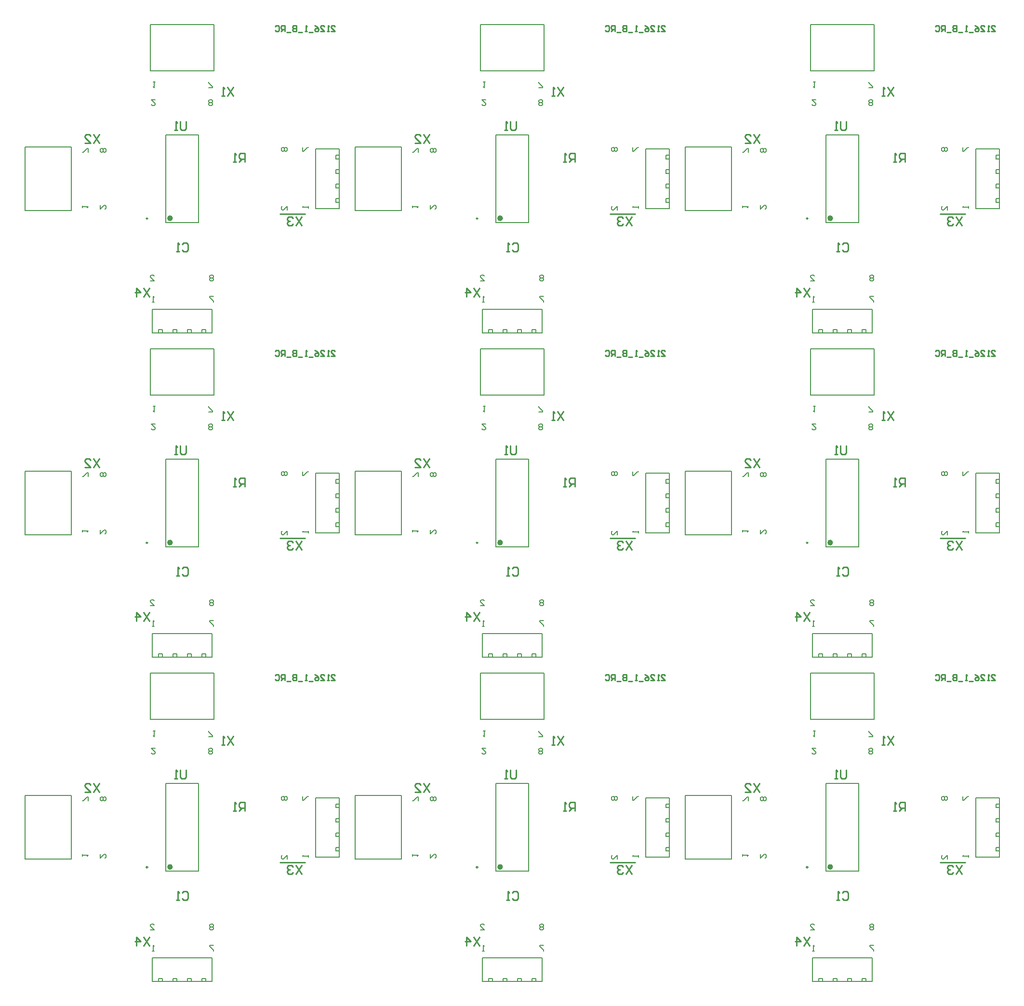
<source format=gbr>
%TF.GenerationSoftware,Altium Limited,Altium Designer,21.6.1 (37)*%
G04 Layer_Color=32896*
%FSLAX43Y43*%
%MOMM*%
%TF.SameCoordinates,8D5B277E-474B-43DD-86F4-B2073A371E15*%
%TF.FilePolarity,Positive*%
%TF.FileFunction,Legend,Bot*%
%TF.Part,CustomerPanel*%
G01*
G75*
%TA.AperFunction,NonConductor*%
%ADD22C,0.200*%
%ADD23C,0.250*%
%ADD24C,0.500*%
%ADD25C,0.254*%
%ADD26C,0.152*%
D22*
X138420Y168610D02*
X149580D01*
X138420Y160450D02*
X149580D01*
Y168610D01*
X138420Y160450D02*
Y168610D01*
X116390Y135920D02*
X124550D01*
X116390Y147080D02*
X124550D01*
Y135920D02*
Y147080D01*
X116390Y135920D02*
Y147080D01*
X171024Y138010D02*
X171575D01*
X171024Y137370D02*
X171575D01*
X171024D02*
Y138010D01*
Y140550D02*
X171575D01*
X171024Y139910D02*
X171575D01*
X171024D02*
Y140550D01*
Y143090D02*
X171575D01*
X171024Y142450D02*
X171575D01*
X171024D02*
Y143090D01*
Y145630D02*
X171575D01*
X171024Y144990D02*
X171575D01*
X171024D02*
Y145630D01*
X167425Y146730D02*
X171575D01*
Y136270D02*
Y146730D01*
X167425Y136270D02*
X171575D01*
X167425D02*
Y146730D01*
X138770Y118575D02*
X149230D01*
X138770Y114425D02*
Y118575D01*
Y114425D02*
X149230D01*
Y118575D01*
X147490Y114976D02*
X148130D01*
X147490Y114425D02*
Y114976D01*
X148130Y114425D02*
Y114976D01*
X144950D02*
X145590D01*
X144950Y114425D02*
Y114976D01*
X145590Y114425D02*
Y114976D01*
X142410D02*
X143050D01*
X142410Y114425D02*
Y114976D01*
X143050Y114425D02*
Y114976D01*
X139870D02*
X140510D01*
X139870Y114425D02*
Y114976D01*
X140510Y114425D02*
Y114976D01*
X141121Y133800D02*
X146879D01*
Y149200D01*
X141121D02*
X146879D01*
X141121Y133800D02*
Y149200D01*
X138420Y111610D02*
X149580D01*
X138420Y103450D02*
X149580D01*
Y111610D01*
X138420Y103450D02*
Y111610D01*
X116390Y78920D02*
X124550D01*
X116390Y90080D02*
X124550D01*
Y78920D02*
Y90080D01*
X116390Y78920D02*
Y90080D01*
X171024Y81010D02*
X171575D01*
X171024Y80370D02*
X171575D01*
X171024D02*
Y81010D01*
Y83550D02*
X171575D01*
X171024Y82910D02*
X171575D01*
X171024D02*
Y83550D01*
Y86090D02*
X171575D01*
X171024Y85450D02*
X171575D01*
X171024D02*
Y86090D01*
Y88630D02*
X171575D01*
X171024Y87990D02*
X171575D01*
X171024D02*
Y88630D01*
X167425Y89730D02*
X171575D01*
Y79270D02*
Y89730D01*
X167425Y79270D02*
X171575D01*
X167425D02*
Y89730D01*
X138770Y61575D02*
X149230D01*
X138770Y57425D02*
Y61575D01*
Y57425D02*
X149230D01*
Y61575D01*
X147490Y57976D02*
X148130D01*
X147490Y57425D02*
Y57976D01*
X148130Y57425D02*
Y57976D01*
X144950D02*
X145590D01*
X144950Y57425D02*
Y57976D01*
X145590Y57425D02*
Y57976D01*
X142410D02*
X143050D01*
X142410Y57425D02*
Y57976D01*
X143050Y57425D02*
Y57976D01*
X139870D02*
X140510D01*
X139870Y57425D02*
Y57976D01*
X140510Y57425D02*
Y57976D01*
X141121Y76800D02*
X146879D01*
Y92200D01*
X141121D02*
X146879D01*
X141121Y76800D02*
Y92200D01*
X138420Y54610D02*
X149580D01*
X138420Y46450D02*
X149580D01*
Y54610D01*
X138420Y46450D02*
Y54610D01*
X116390Y21920D02*
X124550D01*
X116390Y33080D02*
X124550D01*
Y21920D02*
Y33080D01*
X116390Y21920D02*
Y33080D01*
X171024Y24010D02*
X171575D01*
X171024Y23370D02*
X171575D01*
X171024D02*
Y24010D01*
Y26550D02*
X171575D01*
X171024Y25910D02*
X171575D01*
X171024D02*
Y26550D01*
Y29090D02*
X171575D01*
X171024Y28450D02*
X171575D01*
X171024D02*
Y29090D01*
Y31630D02*
X171575D01*
X171024Y30990D02*
X171575D01*
X171024D02*
Y31630D01*
X167425Y32730D02*
X171575D01*
Y22270D02*
Y32730D01*
X167425Y22270D02*
X171575D01*
X167425D02*
Y32730D01*
X138770Y4575D02*
X149230D01*
X138770Y425D02*
Y4575D01*
Y425D02*
X149230D01*
Y4575D01*
X147490Y976D02*
X148130D01*
X147490Y425D02*
Y976D01*
X148130Y425D02*
Y976D01*
X144950D02*
X145590D01*
X144950Y425D02*
Y976D01*
X145590Y425D02*
Y976D01*
X142410D02*
X143050D01*
X142410Y425D02*
Y976D01*
X143050Y425D02*
Y976D01*
X139870D02*
X140510D01*
X139870Y425D02*
Y976D01*
X140510Y425D02*
Y976D01*
X141121Y19800D02*
X146879D01*
Y35200D01*
X141121D02*
X146879D01*
X141121Y19800D02*
Y35200D01*
X80420Y168610D02*
X91580D01*
X80420Y160450D02*
X91580D01*
Y168610D01*
X80420Y160450D02*
Y168610D01*
X58390Y135920D02*
X66550D01*
X58390Y147080D02*
X66550D01*
Y135920D02*
Y147080D01*
X58390Y135920D02*
Y147080D01*
X113024Y138010D02*
X113575D01*
X113024Y137370D02*
X113575D01*
X113024D02*
Y138010D01*
Y140550D02*
X113575D01*
X113024Y139910D02*
X113575D01*
X113024D02*
Y140550D01*
Y143090D02*
X113575D01*
X113024Y142450D02*
X113575D01*
X113024D02*
Y143090D01*
Y145630D02*
X113575D01*
X113024Y144990D02*
X113575D01*
X113024D02*
Y145630D01*
X109425Y146730D02*
X113575D01*
Y136270D02*
Y146730D01*
X109425Y136270D02*
X113575D01*
X109425D02*
Y146730D01*
X80770Y118575D02*
X91230D01*
X80770Y114425D02*
Y118575D01*
Y114425D02*
X91230D01*
Y118575D01*
X89490Y114976D02*
X90130D01*
X89490Y114425D02*
Y114976D01*
X90130Y114425D02*
Y114976D01*
X86950D02*
X87590D01*
X86950Y114425D02*
Y114976D01*
X87590Y114425D02*
Y114976D01*
X84410D02*
X85050D01*
X84410Y114425D02*
Y114976D01*
X85050Y114425D02*
Y114976D01*
X81870D02*
X82510D01*
X81870Y114425D02*
Y114976D01*
X82510Y114425D02*
Y114976D01*
X83121Y133800D02*
X88879D01*
Y149200D01*
X83121D02*
X88879D01*
X83121Y133800D02*
Y149200D01*
X80420Y111610D02*
X91580D01*
X80420Y103450D02*
X91580D01*
Y111610D01*
X80420Y103450D02*
Y111610D01*
X58390Y78920D02*
X66550D01*
X58390Y90080D02*
X66550D01*
Y78920D02*
Y90080D01*
X58390Y78920D02*
Y90080D01*
X113024Y81010D02*
X113575D01*
X113024Y80370D02*
X113575D01*
X113024D02*
Y81010D01*
Y83550D02*
X113575D01*
X113024Y82910D02*
X113575D01*
X113024D02*
Y83550D01*
Y86090D02*
X113575D01*
X113024Y85450D02*
X113575D01*
X113024D02*
Y86090D01*
Y88630D02*
X113575D01*
X113024Y87990D02*
X113575D01*
X113024D02*
Y88630D01*
X109425Y89730D02*
X113575D01*
Y79270D02*
Y89730D01*
X109425Y79270D02*
X113575D01*
X109425D02*
Y89730D01*
X80770Y61575D02*
X91230D01*
X80770Y57425D02*
Y61575D01*
Y57425D02*
X91230D01*
Y61575D01*
X89490Y57976D02*
X90130D01*
X89490Y57425D02*
Y57976D01*
X90130Y57425D02*
Y57976D01*
X86950D02*
X87590D01*
X86950Y57425D02*
Y57976D01*
X87590Y57425D02*
Y57976D01*
X84410D02*
X85050D01*
X84410Y57425D02*
Y57976D01*
X85050Y57425D02*
Y57976D01*
X81870D02*
X82510D01*
X81870Y57425D02*
Y57976D01*
X82510Y57425D02*
Y57976D01*
X83121Y76800D02*
X88879D01*
Y92200D01*
X83121D02*
X88879D01*
X83121Y76800D02*
Y92200D01*
X80420Y54610D02*
X91580D01*
X80420Y46450D02*
X91580D01*
Y54610D01*
X80420Y46450D02*
Y54610D01*
X58390Y21920D02*
X66550D01*
X58390Y33080D02*
X66550D01*
Y21920D02*
Y33080D01*
X58390Y21920D02*
Y33080D01*
X113024Y24010D02*
X113575D01*
X113024Y23370D02*
X113575D01*
X113024D02*
Y24010D01*
Y26550D02*
X113575D01*
X113024Y25910D02*
X113575D01*
X113024D02*
Y26550D01*
Y29090D02*
X113575D01*
X113024Y28450D02*
X113575D01*
X113024D02*
Y29090D01*
Y31630D02*
X113575D01*
X113024Y30990D02*
X113575D01*
X113024D02*
Y31630D01*
X109425Y32730D02*
X113575D01*
Y22270D02*
Y32730D01*
X109425Y22270D02*
X113575D01*
X109425D02*
Y32730D01*
X80770Y4575D02*
X91230D01*
X80770Y425D02*
Y4575D01*
Y425D02*
X91230D01*
Y4575D01*
X89490Y976D02*
X90130D01*
X89490Y425D02*
Y976D01*
X90130Y425D02*
Y976D01*
X86950D02*
X87590D01*
X86950Y425D02*
Y976D01*
X87590Y425D02*
Y976D01*
X84410D02*
X85050D01*
X84410Y425D02*
Y976D01*
X85050Y425D02*
Y976D01*
X81870D02*
X82510D01*
X81870Y425D02*
Y976D01*
X82510Y425D02*
Y976D01*
X83121Y19800D02*
X88879D01*
Y35200D01*
X83121D02*
X88879D01*
X83121Y19800D02*
Y35200D01*
X22420Y168610D02*
X33580D01*
X22420Y160450D02*
X33580D01*
Y168610D01*
X22420Y160450D02*
Y168610D01*
X390Y135920D02*
X8550D01*
X390Y147080D02*
X8550D01*
Y135920D02*
Y147080D01*
X390Y135920D02*
Y147080D01*
X55024Y138010D02*
X55575D01*
X55024Y137370D02*
X55575D01*
X55024D02*
Y138010D01*
Y140550D02*
X55575D01*
X55024Y139910D02*
X55575D01*
X55024D02*
Y140550D01*
Y143090D02*
X55575D01*
X55024Y142450D02*
X55575D01*
X55024D02*
Y143090D01*
Y145630D02*
X55575D01*
X55024Y144990D02*
X55575D01*
X55024D02*
Y145630D01*
X51425Y146730D02*
X55575D01*
Y136270D02*
Y146730D01*
X51425Y136270D02*
X55575D01*
X51425D02*
Y146730D01*
X22770Y118575D02*
X33230D01*
X22770Y114425D02*
Y118575D01*
Y114425D02*
X33230D01*
Y118575D01*
X31490Y114976D02*
X32130D01*
X31490Y114425D02*
Y114976D01*
X32130Y114425D02*
Y114976D01*
X28950D02*
X29590D01*
X28950Y114425D02*
Y114976D01*
X29590Y114425D02*
Y114976D01*
X26410D02*
X27050D01*
X26410Y114425D02*
Y114976D01*
X27050Y114425D02*
Y114976D01*
X23870D02*
X24510D01*
X23870Y114425D02*
Y114976D01*
X24510Y114425D02*
Y114976D01*
X25121Y133800D02*
X30879D01*
Y149200D01*
X25121D02*
X30879D01*
X25121Y133800D02*
Y149200D01*
X22420Y111610D02*
X33580D01*
X22420Y103450D02*
X33580D01*
Y111610D01*
X22420Y103450D02*
Y111610D01*
X390Y78920D02*
X8550D01*
X390Y90080D02*
X8550D01*
Y78920D02*
Y90080D01*
X390Y78920D02*
Y90080D01*
X55024Y81010D02*
X55575D01*
X55024Y80370D02*
X55575D01*
X55024D02*
Y81010D01*
Y83550D02*
X55575D01*
X55024Y82910D02*
X55575D01*
X55024D02*
Y83550D01*
Y86090D02*
X55575D01*
X55024Y85450D02*
X55575D01*
X55024D02*
Y86090D01*
Y88630D02*
X55575D01*
X55024Y87990D02*
X55575D01*
X55024D02*
Y88630D01*
X51425Y89730D02*
X55575D01*
Y79270D02*
Y89730D01*
X51425Y79270D02*
X55575D01*
X51425D02*
Y89730D01*
X22770Y61575D02*
X33230D01*
X22770Y57425D02*
Y61575D01*
Y57425D02*
X33230D01*
Y61575D01*
X31490Y57976D02*
X32130D01*
X31490Y57425D02*
Y57976D01*
X32130Y57425D02*
Y57976D01*
X28950D02*
X29590D01*
X28950Y57425D02*
Y57976D01*
X29590Y57425D02*
Y57976D01*
X26410D02*
X27050D01*
X26410Y57425D02*
Y57976D01*
X27050Y57425D02*
Y57976D01*
X23870D02*
X24510D01*
X23870Y57425D02*
Y57976D01*
X24510Y57425D02*
Y57976D01*
X25121Y76800D02*
X30879D01*
Y92200D01*
X25121D02*
X30879D01*
X25121Y76800D02*
Y92200D01*
X22420Y54610D02*
X33580D01*
X22420Y46450D02*
X33580D01*
Y54610D01*
X22420Y46450D02*
Y54610D01*
X390Y21920D02*
X8550D01*
X390Y33080D02*
X8550D01*
Y21920D02*
Y33080D01*
X390Y21920D02*
Y33080D01*
X55024Y24010D02*
X55575D01*
X55024Y23370D02*
X55575D01*
X55024D02*
Y24010D01*
Y26550D02*
X55575D01*
X55024Y25910D02*
X55575D01*
X55024D02*
Y26550D01*
Y29090D02*
X55575D01*
X55024Y28450D02*
X55575D01*
X55024D02*
Y29090D01*
Y31630D02*
X55575D01*
X55024Y30990D02*
X55575D01*
X55024D02*
Y31630D01*
X51425Y32730D02*
X55575D01*
Y22270D02*
Y32730D01*
X51425Y22270D02*
X55575D01*
X51425D02*
Y32730D01*
X22770Y4575D02*
X33230D01*
X22770Y425D02*
Y4575D01*
Y425D02*
X33230D01*
Y4575D01*
X31490Y976D02*
X32130D01*
X31490Y425D02*
Y976D01*
X32130Y425D02*
Y976D01*
X28950D02*
X29590D01*
X28950Y425D02*
Y976D01*
X29590Y425D02*
Y976D01*
X26410D02*
X27050D01*
X26410Y425D02*
Y976D01*
X27050Y425D02*
Y976D01*
X23870D02*
X24510D01*
X23870Y425D02*
Y976D01*
X24510Y425D02*
Y976D01*
X25121Y19800D02*
X30879D01*
Y35200D01*
X25121D02*
X30879D01*
X25121Y19800D02*
Y35200D01*
D23*
X137948Y134515D02*
G03*
X137948Y134515I-125J0D01*
G01*
X137948Y77515D02*
G03*
X137948Y77515I-125J0D01*
G01*
X137948Y20515D02*
G03*
X137948Y20515I-125J0D01*
G01*
X79948Y134515D02*
G03*
X79948Y134515I-125J0D01*
G01*
Y77515D02*
G03*
X79948Y77515I-125J0D01*
G01*
Y20515D02*
G03*
X79948Y20515I-125J0D01*
G01*
X21948Y134515D02*
G03*
X21948Y134515I-125J0D01*
G01*
Y77515D02*
G03*
X21948Y77515I-125J0D01*
G01*
Y20515D02*
G03*
X21948Y20515I-125J0D01*
G01*
D24*
X142121Y134550D02*
G03*
X142121Y134550I-250J0D01*
G01*
X142121Y77550D02*
G03*
X142121Y77550I-250J0D01*
G01*
X142121Y20550D02*
G03*
X142121Y20550I-250J0D01*
G01*
X84121Y134550D02*
G03*
X84121Y134550I-250J0D01*
G01*
Y77550D02*
G03*
X84121Y77550I-250J0D01*
G01*
Y20550D02*
G03*
X84121Y20550I-250J0D01*
G01*
X26121Y134550D02*
G03*
X26121Y134550I-250J0D01*
G01*
Y77550D02*
G03*
X26121Y77550I-250J0D01*
G01*
Y20550D02*
G03*
X26121Y20550I-250J0D01*
G01*
D25*
X161204Y135336D02*
X165621D01*
X170179Y167365D02*
X170856D01*
X170179Y168042D01*
Y168212D01*
X170348Y168381D01*
X170687D01*
X170856Y168212D01*
X169840Y167365D02*
X169502D01*
X169671D01*
Y168381D01*
X169840Y168212D01*
X168317Y167365D02*
X168994D01*
X168317Y168042D01*
Y168212D01*
X168486Y168381D01*
X168825D01*
X168994Y168212D01*
X167301Y168381D02*
X167640Y168212D01*
X167978Y167873D01*
Y167535D01*
X167809Y167365D01*
X167470D01*
X167301Y167535D01*
Y167704D01*
X167470Y167873D01*
X167978D01*
X166963Y167196D02*
X166285D01*
X165947Y167365D02*
X165608D01*
X165778D01*
Y168381D01*
X165947Y168212D01*
X165101Y167196D02*
X164423D01*
X164085Y168381D02*
Y167365D01*
X163577D01*
X163408Y167535D01*
Y167704D01*
X163577Y167873D01*
X164085D01*
X163577D01*
X163408Y168042D01*
Y168212D01*
X163577Y168381D01*
X164085D01*
X163069Y167196D02*
X162392D01*
X162054Y167365D02*
Y168381D01*
X161546D01*
X161376Y168212D01*
Y167873D01*
X161546Y167704D01*
X162054D01*
X161715D02*
X161376Y167365D01*
X160361Y168212D02*
X160530Y168381D01*
X160869D01*
X161038Y168212D01*
Y167535D01*
X160869Y167365D01*
X160530D01*
X160361Y167535D01*
X138270Y122262D02*
X137254Y120738D01*
Y122262D02*
X138270Y120738D01*
X135984D02*
Y122262D01*
X136746Y121500D01*
X135730D01*
X165006Y134828D02*
X163990Y133304D01*
Y134828D02*
X165006Y133304D01*
X163482Y134574D02*
X163228Y134828D01*
X162720D01*
X162466Y134574D01*
Y134320D01*
X162720Y134066D01*
X162974D01*
X162720D01*
X162466Y133812D01*
Y133558D01*
X162720Y133304D01*
X163228D01*
X163482Y133558D01*
X129470Y149262D02*
X128454Y147738D01*
Y149262D02*
X129470Y147738D01*
X126930D02*
X127946D01*
X126930Y148754D01*
Y149008D01*
X127184Y149262D01*
X127692D01*
X127946Y149008D01*
X153016Y157562D02*
X152000Y156038D01*
Y157562D02*
X153016Y156038D01*
X151492D02*
X150984D01*
X151238D01*
Y157562D01*
X151492Y157308D01*
X144702Y151600D02*
Y150330D01*
X144448Y150076D01*
X143940D01*
X143686Y150330D01*
Y151600D01*
X143178Y150076D02*
X142670D01*
X142924D01*
Y151600D01*
X143178Y151346D01*
X155001Y144424D02*
Y145947D01*
X154239D01*
X153986Y145694D01*
Y145186D01*
X154239Y144932D01*
X155001D01*
X154493D02*
X153986Y144424D01*
X153478D02*
X152970D01*
X153224D01*
Y145947D01*
X153478Y145694D01*
X144000Y130010D02*
X144254Y130264D01*
X144762D01*
X145016Y130010D01*
Y128994D01*
X144762Y128740D01*
X144254D01*
X144000Y128994D01*
X143492Y128740D02*
X142984D01*
X143238D01*
Y130264D01*
X143492Y130010D01*
X161204Y78336D02*
X165621D01*
X170179Y110365D02*
X170856D01*
X170179Y111042D01*
Y111212D01*
X170348Y111381D01*
X170687D01*
X170856Y111212D01*
X169840Y110365D02*
X169502D01*
X169671D01*
Y111381D01*
X169840Y111212D01*
X168317Y110365D02*
X168994D01*
X168317Y111042D01*
Y111212D01*
X168486Y111381D01*
X168825D01*
X168994Y111212D01*
X167301Y111381D02*
X167640Y111212D01*
X167978Y110873D01*
Y110535D01*
X167809Y110365D01*
X167470D01*
X167301Y110535D01*
Y110704D01*
X167470Y110873D01*
X167978D01*
X166963Y110196D02*
X166285D01*
X165947Y110365D02*
X165608D01*
X165778D01*
Y111381D01*
X165947Y111212D01*
X165101Y110196D02*
X164423D01*
X164085Y111381D02*
Y110365D01*
X163577D01*
X163408Y110535D01*
Y110704D01*
X163577Y110873D01*
X164085D01*
X163577D01*
X163408Y111042D01*
Y111212D01*
X163577Y111381D01*
X164085D01*
X163069Y110196D02*
X162392D01*
X162053Y110365D02*
Y111381D01*
X161546D01*
X161376Y111212D01*
Y110873D01*
X161546Y110704D01*
X162053D01*
X161715D02*
X161376Y110365D01*
X160361Y111212D02*
X160530Y111381D01*
X160869D01*
X161038Y111212D01*
Y110535D01*
X160869Y110365D01*
X160530D01*
X160361Y110535D01*
X138270Y65262D02*
X137254Y63738D01*
Y65262D02*
X138270Y63738D01*
X135984D02*
Y65262D01*
X136746Y64500D01*
X135730D01*
X165006Y77828D02*
X163990Y76304D01*
Y77828D02*
X165006Y76304D01*
X163482Y77574D02*
X163228Y77828D01*
X162720D01*
X162466Y77574D01*
Y77320D01*
X162720Y77066D01*
X162974D01*
X162720D01*
X162466Y76812D01*
Y76558D01*
X162720Y76304D01*
X163228D01*
X163482Y76558D01*
X129470Y92262D02*
X128454Y90738D01*
Y92262D02*
X129470Y90738D01*
X126930D02*
X127946D01*
X126930Y91754D01*
Y92008D01*
X127184Y92262D01*
X127692D01*
X127946Y92008D01*
X153016Y100562D02*
X152000Y99038D01*
Y100562D02*
X153016Y99038D01*
X151492D02*
X150984D01*
X151238D01*
Y100562D01*
X151492Y100308D01*
X144702Y94600D02*
Y93330D01*
X144448Y93076D01*
X143940D01*
X143686Y93330D01*
Y94600D01*
X143178Y93076D02*
X142670D01*
X142924D01*
Y94600D01*
X143178Y94346D01*
X155001Y87424D02*
Y88948D01*
X154239D01*
X153986Y88694D01*
Y88186D01*
X154239Y87932D01*
X155001D01*
X154493D02*
X153986Y87424D01*
X153478D02*
X152970D01*
X153224D01*
Y88948D01*
X153478Y88694D01*
X144000Y73010D02*
X144254Y73264D01*
X144762D01*
X145016Y73010D01*
Y71994D01*
X144762Y71740D01*
X144254D01*
X144000Y71994D01*
X143492Y71740D02*
X142984D01*
X143238D01*
Y73264D01*
X143492Y73010D01*
X161204Y21336D02*
X165621D01*
X170179Y53365D02*
X170856D01*
X170179Y54042D01*
Y54212D01*
X170348Y54381D01*
X170687D01*
X170856Y54212D01*
X169840Y53365D02*
X169502D01*
X169671D01*
Y54381D01*
X169840Y54212D01*
X168317Y53365D02*
X168994D01*
X168317Y54042D01*
Y54212D01*
X168486Y54381D01*
X168825D01*
X168994Y54212D01*
X167301Y54381D02*
X167640Y54212D01*
X167978Y53873D01*
Y53535D01*
X167809Y53365D01*
X167470D01*
X167301Y53535D01*
Y53704D01*
X167470Y53873D01*
X167978D01*
X166963Y53196D02*
X166285D01*
X165947Y53365D02*
X165608D01*
X165778D01*
Y54381D01*
X165947Y54212D01*
X165101Y53196D02*
X164423D01*
X164085Y54381D02*
Y53365D01*
X163577D01*
X163408Y53535D01*
Y53704D01*
X163577Y53873D01*
X164085D01*
X163577D01*
X163408Y54042D01*
Y54212D01*
X163577Y54381D01*
X164085D01*
X163069Y53196D02*
X162392D01*
X162053Y53365D02*
Y54381D01*
X161546D01*
X161376Y54212D01*
Y53873D01*
X161546Y53704D01*
X162053D01*
X161715D02*
X161376Y53365D01*
X160361Y54212D02*
X160530Y54381D01*
X160869D01*
X161038Y54212D01*
Y53535D01*
X160869Y53365D01*
X160530D01*
X160361Y53535D01*
X138270Y8262D02*
X137254Y6738D01*
Y8262D02*
X138270Y6738D01*
X135984D02*
Y8262D01*
X136746Y7500D01*
X135730D01*
X165006Y20828D02*
X163990Y19304D01*
Y20828D02*
X165006Y19304D01*
X163482Y20574D02*
X163228Y20828D01*
X162720D01*
X162466Y20574D01*
Y20320D01*
X162720Y20066D01*
X162974D01*
X162720D01*
X162466Y19812D01*
Y19558D01*
X162720Y19304D01*
X163228D01*
X163482Y19558D01*
X129470Y35262D02*
X128454Y33738D01*
Y35262D02*
X129470Y33738D01*
X126930D02*
X127946D01*
X126930Y34754D01*
Y35008D01*
X127184Y35262D01*
X127692D01*
X127946Y35008D01*
X153016Y43562D02*
X152000Y42038D01*
Y43562D02*
X153016Y42038D01*
X151492D02*
X150984D01*
X151238D01*
Y43562D01*
X151492Y43308D01*
X144702Y37600D02*
Y36330D01*
X144448Y36076D01*
X143940D01*
X143686Y36330D01*
Y37600D01*
X143178Y36076D02*
X142670D01*
X142924D01*
Y37600D01*
X143178Y37346D01*
X155001Y30424D02*
Y31948D01*
X154239D01*
X153986Y31694D01*
Y31186D01*
X154239Y30932D01*
X155001D01*
X154493D02*
X153986Y30424D01*
X153478D02*
X152970D01*
X153224D01*
Y31948D01*
X153478Y31694D01*
X144000Y16010D02*
X144254Y16264D01*
X144762D01*
X145016Y16010D01*
Y14994D01*
X144762Y14740D01*
X144254D01*
X144000Y14994D01*
X143492Y14740D02*
X142984D01*
X143238D01*
Y16264D01*
X143492Y16010D01*
X103204Y135336D02*
X107621D01*
X112179Y167365D02*
X112856D01*
X112179Y168042D01*
Y168212D01*
X112348Y168381D01*
X112687D01*
X112856Y168212D01*
X111840Y167365D02*
X111502D01*
X111671D01*
Y168381D01*
X111840Y168212D01*
X110317Y167365D02*
X110994D01*
X110317Y168042D01*
Y168212D01*
X110486Y168381D01*
X110825D01*
X110994Y168212D01*
X109301Y168381D02*
X109640Y168212D01*
X109978Y167873D01*
Y167535D01*
X109809Y167365D01*
X109470D01*
X109301Y167535D01*
Y167704D01*
X109470Y167873D01*
X109978D01*
X108963Y167196D02*
X108285D01*
X107947Y167365D02*
X107608D01*
X107778D01*
Y168381D01*
X107947Y168212D01*
X107101Y167196D02*
X106423D01*
X106085Y168381D02*
Y167365D01*
X105577D01*
X105408Y167535D01*
Y167704D01*
X105577Y167873D01*
X106085D01*
X105577D01*
X105408Y168042D01*
Y168212D01*
X105577Y168381D01*
X106085D01*
X105069Y167196D02*
X104392D01*
X104053Y167365D02*
Y168381D01*
X103546D01*
X103376Y168212D01*
Y167873D01*
X103546Y167704D01*
X104053D01*
X103715D02*
X103376Y167365D01*
X102361Y168212D02*
X102530Y168381D01*
X102869D01*
X103038Y168212D01*
Y167535D01*
X102869Y167365D01*
X102530D01*
X102361Y167535D01*
X80270Y122262D02*
X79254Y120738D01*
Y122262D02*
X80270Y120738D01*
X77984D02*
Y122262D01*
X78746Y121500D01*
X77730D01*
X107006Y134828D02*
X105990Y133304D01*
Y134828D02*
X107006Y133304D01*
X105482Y134574D02*
X105228Y134828D01*
X104720D01*
X104466Y134574D01*
Y134320D01*
X104720Y134066D01*
X104974D01*
X104720D01*
X104466Y133812D01*
Y133558D01*
X104720Y133304D01*
X105228D01*
X105482Y133558D01*
X71470Y149262D02*
X70454Y147738D01*
Y149262D02*
X71470Y147738D01*
X68930D02*
X69946D01*
X68930Y148754D01*
Y149008D01*
X69184Y149262D01*
X69692D01*
X69946Y149008D01*
X95016Y157562D02*
X94000Y156038D01*
Y157562D02*
X95016Y156038D01*
X93492D02*
X92984D01*
X93238D01*
Y157562D01*
X93492Y157308D01*
X86702Y151600D02*
Y150330D01*
X86448Y150076D01*
X85940D01*
X85686Y150330D01*
Y151600D01*
X85178Y150076D02*
X84670D01*
X84924D01*
Y151600D01*
X85178Y151346D01*
X97001Y144424D02*
Y145947D01*
X96239D01*
X95986Y145694D01*
Y145186D01*
X96239Y144932D01*
X97001D01*
X96493D02*
X95986Y144424D01*
X95478D02*
X94970D01*
X95224D01*
Y145947D01*
X95478Y145694D01*
X86000Y130010D02*
X86254Y130264D01*
X86762D01*
X87016Y130010D01*
Y128994D01*
X86762Y128740D01*
X86254D01*
X86000Y128994D01*
X85492Y128740D02*
X84984D01*
X85238D01*
Y130264D01*
X85492Y130010D01*
X103204Y78336D02*
X107621D01*
X112179Y110365D02*
X112856D01*
X112179Y111042D01*
Y111212D01*
X112348Y111381D01*
X112687D01*
X112856Y111212D01*
X111840Y110365D02*
X111502D01*
X111671D01*
Y111381D01*
X111840Y111212D01*
X110317Y110365D02*
X110994D01*
X110317Y111042D01*
Y111212D01*
X110486Y111381D01*
X110825D01*
X110994Y111212D01*
X109301Y111381D02*
X109640Y111212D01*
X109978Y110873D01*
Y110535D01*
X109809Y110365D01*
X109470D01*
X109301Y110535D01*
Y110704D01*
X109470Y110873D01*
X109978D01*
X108963Y110196D02*
X108285D01*
X107947Y110365D02*
X107608D01*
X107778D01*
Y111381D01*
X107947Y111212D01*
X107101Y110196D02*
X106423D01*
X106085Y111381D02*
Y110365D01*
X105577D01*
X105408Y110535D01*
Y110704D01*
X105577Y110873D01*
X106085D01*
X105577D01*
X105408Y111042D01*
Y111212D01*
X105577Y111381D01*
X106085D01*
X105069Y110196D02*
X104392D01*
X104053Y110365D02*
Y111381D01*
X103546D01*
X103376Y111212D01*
Y110873D01*
X103546Y110704D01*
X104053D01*
X103715D02*
X103376Y110365D01*
X102361Y111212D02*
X102530Y111381D01*
X102869D01*
X103038Y111212D01*
Y110535D01*
X102869Y110365D01*
X102530D01*
X102361Y110535D01*
X80270Y65262D02*
X79254Y63738D01*
Y65262D02*
X80270Y63738D01*
X77984D02*
Y65262D01*
X78746Y64500D01*
X77730D01*
X107006Y77828D02*
X105990Y76304D01*
Y77828D02*
X107006Y76304D01*
X105482Y77574D02*
X105228Y77828D01*
X104720D01*
X104466Y77574D01*
Y77320D01*
X104720Y77066D01*
X104974D01*
X104720D01*
X104466Y76812D01*
Y76558D01*
X104720Y76304D01*
X105228D01*
X105482Y76558D01*
X71470Y92262D02*
X70454Y90738D01*
Y92262D02*
X71470Y90738D01*
X68930D02*
X69946D01*
X68930Y91754D01*
Y92008D01*
X69184Y92262D01*
X69692D01*
X69946Y92008D01*
X95016Y100562D02*
X94000Y99038D01*
Y100562D02*
X95016Y99038D01*
X93492D02*
X92984D01*
X93238D01*
Y100562D01*
X93492Y100308D01*
X86702Y94600D02*
Y93330D01*
X86448Y93076D01*
X85940D01*
X85686Y93330D01*
Y94600D01*
X85178Y93076D02*
X84670D01*
X84924D01*
Y94600D01*
X85178Y94346D01*
X97001Y87424D02*
Y88948D01*
X96239D01*
X95986Y88694D01*
Y88186D01*
X96239Y87932D01*
X97001D01*
X96493D02*
X95986Y87424D01*
X95478D02*
X94970D01*
X95224D01*
Y88948D01*
X95478Y88694D01*
X86000Y73010D02*
X86254Y73264D01*
X86762D01*
X87016Y73010D01*
Y71994D01*
X86762Y71740D01*
X86254D01*
X86000Y71994D01*
X85492Y71740D02*
X84984D01*
X85238D01*
Y73264D01*
X85492Y73010D01*
X103204Y21336D02*
X107621D01*
X112179Y53365D02*
X112856D01*
X112179Y54042D01*
Y54212D01*
X112348Y54381D01*
X112687D01*
X112856Y54212D01*
X111840Y53365D02*
X111502D01*
X111671D01*
Y54381D01*
X111840Y54212D01*
X110317Y53365D02*
X110994D01*
X110317Y54042D01*
Y54212D01*
X110486Y54381D01*
X110825D01*
X110994Y54212D01*
X109301Y54381D02*
X109640Y54212D01*
X109978Y53873D01*
Y53535D01*
X109809Y53365D01*
X109470D01*
X109301Y53535D01*
Y53704D01*
X109470Y53873D01*
X109978D01*
X108963Y53196D02*
X108285D01*
X107947Y53365D02*
X107608D01*
X107778D01*
Y54381D01*
X107947Y54212D01*
X107101Y53196D02*
X106423D01*
X106085Y54381D02*
Y53365D01*
X105577D01*
X105408Y53535D01*
Y53704D01*
X105577Y53873D01*
X106085D01*
X105577D01*
X105408Y54042D01*
Y54212D01*
X105577Y54381D01*
X106085D01*
X105069Y53196D02*
X104392D01*
X104053Y53365D02*
Y54381D01*
X103546D01*
X103376Y54212D01*
Y53873D01*
X103546Y53704D01*
X104053D01*
X103715D02*
X103376Y53365D01*
X102361Y54212D02*
X102530Y54381D01*
X102869D01*
X103038Y54212D01*
Y53535D01*
X102869Y53365D01*
X102530D01*
X102361Y53535D01*
X80270Y8262D02*
X79254Y6738D01*
Y8262D02*
X80270Y6738D01*
X77984D02*
Y8262D01*
X78746Y7500D01*
X77730D01*
X107006Y20828D02*
X105990Y19304D01*
Y20828D02*
X107006Y19304D01*
X105482Y20574D02*
X105228Y20828D01*
X104720D01*
X104466Y20574D01*
Y20320D01*
X104720Y20066D01*
X104974D01*
X104720D01*
X104466Y19812D01*
Y19558D01*
X104720Y19304D01*
X105228D01*
X105482Y19558D01*
X71470Y35262D02*
X70454Y33738D01*
Y35262D02*
X71470Y33738D01*
X68930D02*
X69946D01*
X68930Y34754D01*
Y35008D01*
X69184Y35262D01*
X69692D01*
X69946Y35008D01*
X95016Y43562D02*
X94000Y42038D01*
Y43562D02*
X95016Y42038D01*
X93492D02*
X92984D01*
X93238D01*
Y43562D01*
X93492Y43308D01*
X86702Y37600D02*
Y36330D01*
X86448Y36076D01*
X85940D01*
X85686Y36330D01*
Y37600D01*
X85178Y36076D02*
X84670D01*
X84924D01*
Y37600D01*
X85178Y37346D01*
X97001Y30424D02*
Y31948D01*
X96239D01*
X95986Y31694D01*
Y31186D01*
X96239Y30932D01*
X97001D01*
X96493D02*
X95986Y30424D01*
X95478D02*
X94970D01*
X95224D01*
Y31948D01*
X95478Y31694D01*
X86000Y16010D02*
X86254Y16264D01*
X86762D01*
X87016Y16010D01*
Y14994D01*
X86762Y14740D01*
X86254D01*
X86000Y14994D01*
X85492Y14740D02*
X84984D01*
X85238D01*
Y16264D01*
X85492Y16010D01*
X45204Y135336D02*
X49621D01*
X54179Y167365D02*
X54856D01*
X54179Y168042D01*
Y168212D01*
X54348Y168381D01*
X54687D01*
X54856Y168212D01*
X53840Y167365D02*
X53502D01*
X53671D01*
Y168381D01*
X53840Y168212D01*
X52317Y167365D02*
X52994D01*
X52317Y168042D01*
Y168212D01*
X52486Y168381D01*
X52825D01*
X52994Y168212D01*
X51301Y168381D02*
X51640Y168212D01*
X51978Y167873D01*
Y167535D01*
X51809Y167365D01*
X51470D01*
X51301Y167535D01*
Y167704D01*
X51470Y167873D01*
X51978D01*
X50963Y167196D02*
X50285D01*
X49947Y167365D02*
X49608D01*
X49778D01*
Y168381D01*
X49947Y168212D01*
X49101Y167196D02*
X48423D01*
X48085Y168381D02*
Y167365D01*
X47577D01*
X47408Y167535D01*
Y167704D01*
X47577Y167873D01*
X48085D01*
X47577D01*
X47408Y168042D01*
Y168212D01*
X47577Y168381D01*
X48085D01*
X47069Y167196D02*
X46392D01*
X46054Y167365D02*
Y168381D01*
X45546D01*
X45376Y168212D01*
Y167873D01*
X45546Y167704D01*
X46054D01*
X45715D02*
X45376Y167365D01*
X44361Y168212D02*
X44530Y168381D01*
X44869D01*
X45038Y168212D01*
Y167535D01*
X44869Y167365D01*
X44530D01*
X44361Y167535D01*
X22270Y122262D02*
X21254Y120738D01*
Y122262D02*
X22270Y120738D01*
X19984D02*
Y122262D01*
X20746Y121500D01*
X19730D01*
X49006Y134828D02*
X47990Y133304D01*
Y134828D02*
X49006Y133304D01*
X47482Y134574D02*
X47228Y134828D01*
X46720D01*
X46466Y134574D01*
Y134320D01*
X46720Y134066D01*
X46974D01*
X46720D01*
X46466Y133812D01*
Y133558D01*
X46720Y133304D01*
X47228D01*
X47482Y133558D01*
X13470Y149262D02*
X12454Y147738D01*
Y149262D02*
X13470Y147738D01*
X10930D02*
X11946D01*
X10930Y148754D01*
Y149008D01*
X11184Y149262D01*
X11692D01*
X11946Y149008D01*
X37016Y157562D02*
X36000Y156038D01*
Y157562D02*
X37016Y156038D01*
X35492D02*
X34984D01*
X35238D01*
Y157562D01*
X35492Y157308D01*
X28702Y151600D02*
Y150330D01*
X28448Y150076D01*
X27940D01*
X27686Y150330D01*
Y151600D01*
X27178Y150076D02*
X26670D01*
X26924D01*
Y151600D01*
X27178Y151346D01*
X39001Y144424D02*
Y145948D01*
X38239D01*
X37986Y145694D01*
Y145186D01*
X38239Y144932D01*
X39001D01*
X38493D02*
X37986Y144424D01*
X37478D02*
X36970D01*
X37224D01*
Y145948D01*
X37478Y145694D01*
X28000Y130010D02*
X28254Y130264D01*
X28762D01*
X29016Y130010D01*
Y128994D01*
X28762Y128740D01*
X28254D01*
X28000Y128994D01*
X27492Y128740D02*
X26984D01*
X27238D01*
Y130264D01*
X27492Y130010D01*
X45204Y78336D02*
X49621D01*
X54179Y110365D02*
X54856D01*
X54179Y111042D01*
Y111212D01*
X54348Y111381D01*
X54687D01*
X54856Y111212D01*
X53840Y110365D02*
X53502D01*
X53671D01*
Y111381D01*
X53840Y111212D01*
X52317Y110365D02*
X52994D01*
X52317Y111042D01*
Y111212D01*
X52486Y111381D01*
X52825D01*
X52994Y111212D01*
X51301Y111381D02*
X51640Y111212D01*
X51978Y110873D01*
Y110535D01*
X51809Y110365D01*
X51470D01*
X51301Y110535D01*
Y110704D01*
X51470Y110873D01*
X51978D01*
X50963Y110196D02*
X50285D01*
X49947Y110365D02*
X49608D01*
X49778D01*
Y111381D01*
X49947Y111212D01*
X49101Y110196D02*
X48423D01*
X48085Y111381D02*
Y110365D01*
X47577D01*
X47408Y110535D01*
Y110704D01*
X47577Y110873D01*
X48085D01*
X47577D01*
X47408Y111042D01*
Y111212D01*
X47577Y111381D01*
X48085D01*
X47069Y110196D02*
X46392D01*
X46054Y110365D02*
Y111381D01*
X45546D01*
X45376Y111212D01*
Y110873D01*
X45546Y110704D01*
X46054D01*
X45715D02*
X45376Y110365D01*
X44361Y111212D02*
X44530Y111381D01*
X44869D01*
X45038Y111212D01*
Y110535D01*
X44869Y110365D01*
X44530D01*
X44361Y110535D01*
X22270Y65262D02*
X21254Y63738D01*
Y65262D02*
X22270Y63738D01*
X19984D02*
Y65262D01*
X20746Y64500D01*
X19730D01*
X49006Y77828D02*
X47990Y76304D01*
Y77828D02*
X49006Y76304D01*
X47482Y77574D02*
X47228Y77828D01*
X46720D01*
X46466Y77574D01*
Y77320D01*
X46720Y77066D01*
X46974D01*
X46720D01*
X46466Y76812D01*
Y76558D01*
X46720Y76304D01*
X47228D01*
X47482Y76558D01*
X13470Y92262D02*
X12454Y90738D01*
Y92262D02*
X13470Y90738D01*
X10930D02*
X11946D01*
X10930Y91754D01*
Y92008D01*
X11184Y92262D01*
X11692D01*
X11946Y92008D01*
X37016Y100562D02*
X36000Y99038D01*
Y100562D02*
X37016Y99038D01*
X35492D02*
X34984D01*
X35238D01*
Y100562D01*
X35492Y100308D01*
X28702Y94600D02*
Y93330D01*
X28448Y93076D01*
X27940D01*
X27686Y93330D01*
Y94600D01*
X27178Y93076D02*
X26670D01*
X26924D01*
Y94600D01*
X27178Y94346D01*
X39001Y87424D02*
Y88948D01*
X38239D01*
X37986Y88694D01*
Y88186D01*
X38239Y87932D01*
X39001D01*
X38493D02*
X37986Y87424D01*
X37478D02*
X36970D01*
X37224D01*
Y88948D01*
X37478Y88694D01*
X28000Y73010D02*
X28254Y73264D01*
X28762D01*
X29016Y73010D01*
Y71994D01*
X28762Y71740D01*
X28254D01*
X28000Y71994D01*
X27492Y71740D02*
X26984D01*
X27238D01*
Y73264D01*
X27492Y73010D01*
X45204Y21336D02*
X49621D01*
X54179Y53365D02*
X54856D01*
X54179Y54042D01*
Y54212D01*
X54348Y54381D01*
X54687D01*
X54856Y54212D01*
X53840Y53365D02*
X53502D01*
X53671D01*
Y54381D01*
X53840Y54212D01*
X52317Y53365D02*
X52994D01*
X52317Y54042D01*
Y54212D01*
X52486Y54381D01*
X52825D01*
X52994Y54212D01*
X51301Y54381D02*
X51640Y54212D01*
X51978Y53873D01*
Y53535D01*
X51809Y53365D01*
X51470D01*
X51301Y53535D01*
Y53704D01*
X51470Y53873D01*
X51978D01*
X50963Y53196D02*
X50285D01*
X49947Y53365D02*
X49608D01*
X49778D01*
Y54381D01*
X49947Y54212D01*
X49101Y53196D02*
X48423D01*
X48085Y54381D02*
Y53365D01*
X47577D01*
X47408Y53535D01*
Y53704D01*
X47577Y53873D01*
X48085D01*
X47577D01*
X47408Y54042D01*
Y54212D01*
X47577Y54381D01*
X48085D01*
X47069Y53196D02*
X46392D01*
X46054Y53365D02*
Y54381D01*
X45546D01*
X45376Y54212D01*
Y53873D01*
X45546Y53704D01*
X46054D01*
X45715D02*
X45376Y53365D01*
X44361Y54212D02*
X44530Y54381D01*
X44869D01*
X45038Y54212D01*
Y53535D01*
X44869Y53365D01*
X44530D01*
X44361Y53535D01*
X22270Y8262D02*
X21254Y6738D01*
Y8262D02*
X22270Y6738D01*
X19984D02*
Y8262D01*
X20746Y7500D01*
X19730D01*
X49006Y20828D02*
X47990Y19304D01*
Y20828D02*
X49006Y19304D01*
X47482Y20574D02*
X47228Y20828D01*
X46720D01*
X46466Y20574D01*
Y20320D01*
X46720Y20066D01*
X46974D01*
X46720D01*
X46466Y19812D01*
Y19558D01*
X46720Y19304D01*
X47228D01*
X47482Y19558D01*
X13470Y35262D02*
X12454Y33738D01*
Y35262D02*
X13470Y33738D01*
X10930D02*
X11946D01*
X10930Y34754D01*
Y35008D01*
X11184Y35262D01*
X11692D01*
X11946Y35008D01*
X37016Y43562D02*
X36000Y42038D01*
Y43562D02*
X37016Y42038D01*
X35492D02*
X34984D01*
X35238D01*
Y43562D01*
X35492Y43308D01*
X28702Y37600D02*
Y36330D01*
X28448Y36076D01*
X27940D01*
X27686Y36330D01*
Y37600D01*
X27178Y36076D02*
X26670D01*
X26924D01*
Y37600D01*
X27178Y37346D01*
X39001Y30424D02*
Y31948D01*
X38239D01*
X37986Y31694D01*
Y31186D01*
X38239Y30932D01*
X39001D01*
X38493D02*
X37986Y30424D01*
X37478D02*
X36970D01*
X37224D01*
Y31948D01*
X37478Y31694D01*
X28000Y16010D02*
X28254Y16264D01*
X28762D01*
X29016Y16010D01*
Y14994D01*
X28762Y14740D01*
X28254D01*
X28000Y14994D01*
X27492Y14740D02*
X26984D01*
X27238D01*
Y16264D01*
X27492Y16010D01*
D26*
X138930Y158500D02*
X139269D01*
X139099D01*
Y157484D01*
X138930Y157654D01*
X139307Y155400D02*
X138630D01*
X139307Y154723D01*
Y154554D01*
X139138Y154384D01*
X138799D01*
X138630Y154554D01*
X148670Y157484D02*
X149347D01*
Y157654D01*
X148670Y158331D01*
Y158500D01*
Y154554D02*
X148839Y154384D01*
X149178D01*
X149347Y154554D01*
Y154723D01*
X149178Y154892D01*
X149347Y155061D01*
Y155231D01*
X149178Y155400D01*
X148839D01*
X148670Y155231D01*
Y155061D01*
X148839Y154892D01*
X148670Y154723D01*
Y154554D01*
X148839Y154892D02*
X149178D01*
X130446Y146170D02*
X130616Y146339D01*
Y146678D01*
X130446Y146847D01*
X130277D01*
X130108Y146678D01*
X129939Y146847D01*
X129769D01*
X129600Y146678D01*
Y146339D01*
X129769Y146170D01*
X129939D01*
X130108Y146339D01*
X130277Y146170D01*
X130446D01*
X130108Y146339D02*
Y146678D01*
X127516Y146170D02*
Y146847D01*
X127346D01*
X126669Y146170D01*
X126500D01*
X129600Y136807D02*
Y136130D01*
X130277Y136807D01*
X130446D01*
X130616Y136638D01*
Y136299D01*
X130446Y136130D01*
X126500Y136430D02*
Y136769D01*
Y136599D01*
X127516D01*
X127346Y136430D01*
X162500Y135953D02*
Y136630D01*
X161823Y135953D01*
X161654D01*
X161484Y136122D01*
Y136461D01*
X161654Y136630D01*
X166200D02*
Y136291D01*
Y136461D01*
X165184D01*
X165354Y136630D01*
X161654Y146970D02*
X161484Y146801D01*
Y146462D01*
X161654Y146293D01*
X161823D01*
X161992Y146462D01*
X162161Y146293D01*
X162331D01*
X162500Y146462D01*
Y146801D01*
X162331Y146970D01*
X162161D01*
X161992Y146801D01*
X161823Y146970D01*
X161654D01*
X161992Y146801D02*
Y146462D01*
X165184Y146970D02*
Y146293D01*
X165354D01*
X166031Y146970D01*
X166200D01*
X149470Y120816D02*
X148793D01*
Y120646D01*
X149470Y119969D01*
Y119800D01*
Y124346D02*
X149301Y124516D01*
X148962D01*
X148793Y124346D01*
Y124177D01*
X148962Y124008D01*
X148793Y123839D01*
Y123669D01*
X148962Y123500D01*
X149301D01*
X149470Y123669D01*
Y123839D01*
X149301Y124008D01*
X149470Y124177D01*
Y124346D01*
X149301Y124008D02*
X148962D01*
X139130Y119800D02*
X138791D01*
X138961D01*
Y120816D01*
X139130Y120646D01*
X138453Y123500D02*
X139130D01*
X138453Y124177D01*
Y124346D01*
X138622Y124516D01*
X138961D01*
X139130Y124346D01*
X138930Y101500D02*
X139269D01*
X139099D01*
Y100484D01*
X138930Y100654D01*
X139307Y98400D02*
X138630D01*
X139307Y97723D01*
Y97554D01*
X139138Y97384D01*
X138799D01*
X138630Y97554D01*
X148670Y100484D02*
X149347D01*
Y100654D01*
X148670Y101331D01*
Y101500D01*
Y97554D02*
X148839Y97384D01*
X149178D01*
X149347Y97554D01*
Y97723D01*
X149178Y97892D01*
X149347Y98061D01*
Y98231D01*
X149178Y98400D01*
X148839D01*
X148670Y98231D01*
Y98061D01*
X148839Y97892D01*
X148670Y97723D01*
Y97554D01*
X148839Y97892D02*
X149178D01*
X130446Y89170D02*
X130616Y89339D01*
Y89678D01*
X130446Y89847D01*
X130277D01*
X130108Y89678D01*
X129939Y89847D01*
X129769D01*
X129600Y89678D01*
Y89339D01*
X129769Y89170D01*
X129939D01*
X130108Y89339D01*
X130277Y89170D01*
X130446D01*
X130108Y89339D02*
Y89678D01*
X127516Y89170D02*
Y89847D01*
X127346D01*
X126669Y89170D01*
X126500D01*
X129600Y79807D02*
Y79130D01*
X130277Y79807D01*
X130446D01*
X130616Y79638D01*
Y79299D01*
X130446Y79130D01*
X126500Y79430D02*
Y79769D01*
Y79599D01*
X127516D01*
X127346Y79430D01*
X162500Y78953D02*
Y79630D01*
X161823Y78953D01*
X161654D01*
X161484Y79122D01*
Y79461D01*
X161654Y79630D01*
X166200D02*
Y79291D01*
Y79461D01*
X165184D01*
X165354Y79630D01*
X161654Y89970D02*
X161484Y89801D01*
Y89462D01*
X161654Y89293D01*
X161823D01*
X161992Y89462D01*
X162161Y89293D01*
X162331D01*
X162500Y89462D01*
Y89801D01*
X162331Y89970D01*
X162161D01*
X161992Y89801D01*
X161823Y89970D01*
X161654D01*
X161992Y89801D02*
Y89462D01*
X165184Y89970D02*
Y89293D01*
X165354D01*
X166031Y89970D01*
X166200D01*
X149470Y63816D02*
X148793D01*
Y63646D01*
X149470Y62969D01*
Y62800D01*
Y67346D02*
X149301Y67516D01*
X148962D01*
X148793Y67346D01*
Y67177D01*
X148962Y67008D01*
X148793Y66839D01*
Y66669D01*
X148962Y66500D01*
X149301D01*
X149470Y66669D01*
Y66839D01*
X149301Y67008D01*
X149470Y67177D01*
Y67346D01*
X149301Y67008D02*
X148962D01*
X139130Y62800D02*
X138791D01*
X138961D01*
Y63816D01*
X139130Y63646D01*
X138453Y66500D02*
X139130D01*
X138453Y67177D01*
Y67346D01*
X138622Y67516D01*
X138961D01*
X139130Y67346D01*
X138930Y44500D02*
X139269D01*
X139099D01*
Y43484D01*
X138930Y43654D01*
X139307Y41400D02*
X138630D01*
X139307Y40723D01*
Y40554D01*
X139138Y40384D01*
X138799D01*
X138630Y40554D01*
X148670Y43484D02*
X149347D01*
Y43654D01*
X148670Y44331D01*
Y44500D01*
Y40554D02*
X148839Y40384D01*
X149178D01*
X149347Y40554D01*
Y40723D01*
X149178Y40892D01*
X149347Y41061D01*
Y41231D01*
X149178Y41400D01*
X148839D01*
X148670Y41231D01*
Y41061D01*
X148839Y40892D01*
X148670Y40723D01*
Y40554D01*
X148839Y40892D02*
X149178D01*
X130446Y32170D02*
X130616Y32339D01*
Y32678D01*
X130446Y32847D01*
X130277D01*
X130108Y32678D01*
X129939Y32847D01*
X129769D01*
X129600Y32678D01*
Y32339D01*
X129769Y32170D01*
X129939D01*
X130108Y32339D01*
X130277Y32170D01*
X130446D01*
X130108Y32339D02*
Y32678D01*
X127516Y32170D02*
Y32847D01*
X127346D01*
X126669Y32170D01*
X126500D01*
X129600Y22807D02*
Y22130D01*
X130277Y22807D01*
X130446D01*
X130616Y22638D01*
Y22299D01*
X130446Y22130D01*
X126500Y22430D02*
Y22769D01*
Y22599D01*
X127516D01*
X127346Y22430D01*
X162500Y21953D02*
Y22630D01*
X161823Y21953D01*
X161654D01*
X161484Y22122D01*
Y22461D01*
X161654Y22630D01*
X166200D02*
Y22291D01*
Y22461D01*
X165184D01*
X165354Y22630D01*
X161654Y32970D02*
X161484Y32801D01*
Y32462D01*
X161654Y32293D01*
X161823D01*
X161992Y32462D01*
X162161Y32293D01*
X162331D01*
X162500Y32462D01*
Y32801D01*
X162331Y32970D01*
X162161D01*
X161992Y32801D01*
X161823Y32970D01*
X161654D01*
X161992Y32801D02*
Y32462D01*
X165184Y32970D02*
Y32293D01*
X165354D01*
X166031Y32970D01*
X166200D01*
X149470Y6816D02*
X148793D01*
Y6646D01*
X149470Y5969D01*
Y5800D01*
Y10346D02*
X149301Y10516D01*
X148962D01*
X148793Y10346D01*
Y10177D01*
X148962Y10008D01*
X148793Y9839D01*
Y9669D01*
X148962Y9500D01*
X149301D01*
X149470Y9669D01*
Y9839D01*
X149301Y10008D01*
X149470Y10177D01*
Y10346D01*
X149301Y10008D02*
X148962D01*
X139130Y5800D02*
X138791D01*
X138961D01*
Y6816D01*
X139130Y6646D01*
X138453Y9500D02*
X139130D01*
X138453Y10177D01*
Y10346D01*
X138622Y10516D01*
X138961D01*
X139130Y10346D01*
X80930Y158500D02*
X81269D01*
X81099D01*
Y157484D01*
X80930Y157654D01*
X81307Y155400D02*
X80630D01*
X81307Y154723D01*
Y154554D01*
X81138Y154384D01*
X80799D01*
X80630Y154554D01*
X90670Y157484D02*
X91347D01*
Y157654D01*
X90670Y158331D01*
Y158500D01*
Y154554D02*
X90839Y154384D01*
X91178D01*
X91347Y154554D01*
Y154723D01*
X91178Y154892D01*
X91347Y155061D01*
Y155231D01*
X91178Y155400D01*
X90839D01*
X90670Y155231D01*
Y155061D01*
X90839Y154892D01*
X90670Y154723D01*
Y154554D01*
X90839Y154892D02*
X91178D01*
X72446Y146170D02*
X72616Y146339D01*
Y146678D01*
X72446Y146847D01*
X72277D01*
X72108Y146678D01*
X71939Y146847D01*
X71769D01*
X71600Y146678D01*
Y146339D01*
X71769Y146170D01*
X71939D01*
X72108Y146339D01*
X72277Y146170D01*
X72446D01*
X72108Y146339D02*
Y146678D01*
X69516Y146170D02*
Y146847D01*
X69346D01*
X68669Y146170D01*
X68500D01*
X71600Y136807D02*
Y136130D01*
X72277Y136807D01*
X72446D01*
X72616Y136638D01*
Y136299D01*
X72446Y136130D01*
X68500Y136430D02*
Y136769D01*
Y136599D01*
X69516D01*
X69346Y136430D01*
X104500Y135953D02*
Y136630D01*
X103823Y135953D01*
X103654D01*
X103484Y136122D01*
Y136461D01*
X103654Y136630D01*
X108200D02*
Y136291D01*
Y136461D01*
X107184D01*
X107354Y136630D01*
X103654Y146970D02*
X103484Y146801D01*
Y146462D01*
X103654Y146293D01*
X103823D01*
X103992Y146462D01*
X104161Y146293D01*
X104331D01*
X104500Y146462D01*
Y146801D01*
X104331Y146970D01*
X104161D01*
X103992Y146801D01*
X103823Y146970D01*
X103654D01*
X103992Y146801D02*
Y146462D01*
X107184Y146970D02*
Y146293D01*
X107354D01*
X108031Y146970D01*
X108200D01*
X91470Y120816D02*
X90793D01*
Y120646D01*
X91470Y119969D01*
Y119800D01*
Y124346D02*
X91301Y124516D01*
X90962D01*
X90793Y124346D01*
Y124177D01*
X90962Y124008D01*
X90793Y123839D01*
Y123669D01*
X90962Y123500D01*
X91301D01*
X91470Y123669D01*
Y123839D01*
X91301Y124008D01*
X91470Y124177D01*
Y124346D01*
X91301Y124008D02*
X90962D01*
X81130Y119800D02*
X80791D01*
X80961D01*
Y120816D01*
X81130Y120646D01*
X80453Y123500D02*
X81130D01*
X80453Y124177D01*
Y124346D01*
X80622Y124516D01*
X80961D01*
X81130Y124346D01*
X80930Y101500D02*
X81269D01*
X81099D01*
Y100484D01*
X80930Y100654D01*
X81307Y98400D02*
X80630D01*
X81307Y97723D01*
Y97554D01*
X81138Y97384D01*
X80799D01*
X80630Y97554D01*
X90670Y100484D02*
X91347D01*
Y100654D01*
X90670Y101331D01*
Y101500D01*
Y97554D02*
X90839Y97384D01*
X91178D01*
X91347Y97554D01*
Y97723D01*
X91178Y97892D01*
X91347Y98061D01*
Y98231D01*
X91178Y98400D01*
X90839D01*
X90670Y98231D01*
Y98061D01*
X90839Y97892D01*
X90670Y97723D01*
Y97554D01*
X90839Y97892D02*
X91178D01*
X72446Y89170D02*
X72616Y89339D01*
Y89678D01*
X72446Y89847D01*
X72277D01*
X72108Y89678D01*
X71939Y89847D01*
X71769D01*
X71600Y89678D01*
Y89339D01*
X71769Y89170D01*
X71939D01*
X72108Y89339D01*
X72277Y89170D01*
X72446D01*
X72108Y89339D02*
Y89678D01*
X69516Y89170D02*
Y89847D01*
X69346D01*
X68669Y89170D01*
X68500D01*
X71600Y79807D02*
Y79130D01*
X72277Y79807D01*
X72446D01*
X72616Y79638D01*
Y79299D01*
X72446Y79130D01*
X68500Y79430D02*
Y79769D01*
Y79599D01*
X69516D01*
X69346Y79430D01*
X104500Y78953D02*
Y79630D01*
X103823Y78953D01*
X103654D01*
X103484Y79122D01*
Y79461D01*
X103654Y79630D01*
X108200D02*
Y79291D01*
Y79461D01*
X107184D01*
X107354Y79630D01*
X103654Y89970D02*
X103484Y89801D01*
Y89462D01*
X103654Y89293D01*
X103823D01*
X103992Y89462D01*
X104161Y89293D01*
X104331D01*
X104500Y89462D01*
Y89801D01*
X104331Y89970D01*
X104161D01*
X103992Y89801D01*
X103823Y89970D01*
X103654D01*
X103992Y89801D02*
Y89462D01*
X107184Y89970D02*
Y89293D01*
X107354D01*
X108031Y89970D01*
X108200D01*
X91470Y63816D02*
X90793D01*
Y63646D01*
X91470Y62969D01*
Y62800D01*
Y67346D02*
X91301Y67516D01*
X90962D01*
X90793Y67346D01*
Y67177D01*
X90962Y67008D01*
X90793Y66839D01*
Y66669D01*
X90962Y66500D01*
X91301D01*
X91470Y66669D01*
Y66839D01*
X91301Y67008D01*
X91470Y67177D01*
Y67346D01*
X91301Y67008D02*
X90962D01*
X81130Y62800D02*
X80791D01*
X80961D01*
Y63816D01*
X81130Y63646D01*
X80453Y66500D02*
X81130D01*
X80453Y67177D01*
Y67346D01*
X80622Y67516D01*
X80961D01*
X81130Y67346D01*
X80930Y44500D02*
X81269D01*
X81099D01*
Y43484D01*
X80930Y43654D01*
X81307Y41400D02*
X80630D01*
X81307Y40723D01*
Y40554D01*
X81138Y40384D01*
X80799D01*
X80630Y40554D01*
X90670Y43484D02*
X91347D01*
Y43654D01*
X90670Y44331D01*
Y44500D01*
Y40554D02*
X90839Y40384D01*
X91178D01*
X91347Y40554D01*
Y40723D01*
X91178Y40892D01*
X91347Y41061D01*
Y41231D01*
X91178Y41400D01*
X90839D01*
X90670Y41231D01*
Y41061D01*
X90839Y40892D01*
X90670Y40723D01*
Y40554D01*
X90839Y40892D02*
X91178D01*
X72446Y32170D02*
X72616Y32339D01*
Y32678D01*
X72446Y32847D01*
X72277D01*
X72108Y32678D01*
X71939Y32847D01*
X71769D01*
X71600Y32678D01*
Y32339D01*
X71769Y32170D01*
X71939D01*
X72108Y32339D01*
X72277Y32170D01*
X72446D01*
X72108Y32339D02*
Y32678D01*
X69516Y32170D02*
Y32847D01*
X69346D01*
X68669Y32170D01*
X68500D01*
X71600Y22807D02*
Y22130D01*
X72277Y22807D01*
X72446D01*
X72616Y22638D01*
Y22299D01*
X72446Y22130D01*
X68500Y22430D02*
Y22769D01*
Y22599D01*
X69516D01*
X69346Y22430D01*
X104500Y21953D02*
Y22630D01*
X103823Y21953D01*
X103654D01*
X103484Y22122D01*
Y22461D01*
X103654Y22630D01*
X108200D02*
Y22291D01*
Y22461D01*
X107184D01*
X107354Y22630D01*
X103654Y32970D02*
X103484Y32801D01*
Y32462D01*
X103654Y32293D01*
X103823D01*
X103992Y32462D01*
X104161Y32293D01*
X104331D01*
X104500Y32462D01*
Y32801D01*
X104331Y32970D01*
X104161D01*
X103992Y32801D01*
X103823Y32970D01*
X103654D01*
X103992Y32801D02*
Y32462D01*
X107184Y32970D02*
Y32293D01*
X107354D01*
X108031Y32970D01*
X108200D01*
X91470Y6816D02*
X90793D01*
Y6646D01*
X91470Y5969D01*
Y5800D01*
Y10346D02*
X91301Y10516D01*
X90962D01*
X90793Y10346D01*
Y10177D01*
X90962Y10008D01*
X90793Y9839D01*
Y9669D01*
X90962Y9500D01*
X91301D01*
X91470Y9669D01*
Y9839D01*
X91301Y10008D01*
X91470Y10177D01*
Y10346D01*
X91301Y10008D02*
X90962D01*
X81130Y5800D02*
X80791D01*
X80961D01*
Y6816D01*
X81130Y6646D01*
X80453Y9500D02*
X81130D01*
X80453Y10177D01*
Y10346D01*
X80622Y10516D01*
X80961D01*
X81130Y10346D01*
X22930Y158500D02*
X23269D01*
X23099D01*
Y157484D01*
X22930Y157654D01*
X23307Y155400D02*
X22630D01*
X23307Y154723D01*
Y154554D01*
X23138Y154384D01*
X22799D01*
X22630Y154554D01*
X32670Y157484D02*
X33347D01*
Y157654D01*
X32670Y158331D01*
Y158500D01*
Y154554D02*
X32839Y154384D01*
X33178D01*
X33347Y154554D01*
Y154723D01*
X33178Y154892D01*
X33347Y155061D01*
Y155231D01*
X33178Y155400D01*
X32839D01*
X32670Y155231D01*
Y155061D01*
X32839Y154892D01*
X32670Y154723D01*
Y154554D01*
X32839Y154892D02*
X33178D01*
X14446Y146170D02*
X14616Y146339D01*
Y146678D01*
X14446Y146847D01*
X14277D01*
X14108Y146678D01*
X13939Y146847D01*
X13769D01*
X13600Y146678D01*
Y146339D01*
X13769Y146170D01*
X13939D01*
X14108Y146339D01*
X14277Y146170D01*
X14446D01*
X14108Y146339D02*
Y146678D01*
X11516Y146170D02*
Y146847D01*
X11346D01*
X10669Y146170D01*
X10500D01*
X13600Y136807D02*
Y136130D01*
X14277Y136807D01*
X14446D01*
X14616Y136638D01*
Y136299D01*
X14446Y136130D01*
X10500Y136430D02*
Y136769D01*
Y136599D01*
X11516D01*
X11346Y136430D01*
X46500Y135953D02*
Y136630D01*
X45823Y135953D01*
X45654D01*
X45484Y136122D01*
Y136461D01*
X45654Y136630D01*
X50200D02*
Y136291D01*
Y136461D01*
X49184D01*
X49354Y136630D01*
X45654Y146970D02*
X45484Y146801D01*
Y146462D01*
X45654Y146293D01*
X45823D01*
X45992Y146462D01*
X46161Y146293D01*
X46331D01*
X46500Y146462D01*
Y146801D01*
X46331Y146970D01*
X46161D01*
X45992Y146801D01*
X45823Y146970D01*
X45654D01*
X45992Y146801D02*
Y146462D01*
X49184Y146970D02*
Y146293D01*
X49354D01*
X50031Y146970D01*
X50200D01*
X33470Y120816D02*
X32793D01*
Y120646D01*
X33470Y119969D01*
Y119800D01*
Y124346D02*
X33301Y124516D01*
X32962D01*
X32793Y124346D01*
Y124177D01*
X32962Y124008D01*
X32793Y123839D01*
Y123669D01*
X32962Y123500D01*
X33301D01*
X33470Y123669D01*
Y123839D01*
X33301Y124008D01*
X33470Y124177D01*
Y124346D01*
X33301Y124008D02*
X32962D01*
X23130Y119800D02*
X22791D01*
X22961D01*
Y120816D01*
X23130Y120646D01*
X22453Y123500D02*
X23130D01*
X22453Y124177D01*
Y124346D01*
X22622Y124516D01*
X22961D01*
X23130Y124346D01*
X22930Y101500D02*
X23269D01*
X23099D01*
Y100484D01*
X22930Y100654D01*
X23307Y98400D02*
X22630D01*
X23307Y97723D01*
Y97554D01*
X23138Y97384D01*
X22799D01*
X22630Y97554D01*
X32670Y100484D02*
X33347D01*
Y100654D01*
X32670Y101331D01*
Y101500D01*
Y97554D02*
X32839Y97384D01*
X33178D01*
X33347Y97554D01*
Y97723D01*
X33178Y97892D01*
X33347Y98061D01*
Y98231D01*
X33178Y98400D01*
X32839D01*
X32670Y98231D01*
Y98061D01*
X32839Y97892D01*
X32670Y97723D01*
Y97554D01*
X32839Y97892D02*
X33178D01*
X14446Y89170D02*
X14616Y89339D01*
Y89678D01*
X14446Y89847D01*
X14277D01*
X14108Y89678D01*
X13939Y89847D01*
X13769D01*
X13600Y89678D01*
Y89339D01*
X13769Y89170D01*
X13939D01*
X14108Y89339D01*
X14277Y89170D01*
X14446D01*
X14108Y89339D02*
Y89678D01*
X11516Y89170D02*
Y89847D01*
X11346D01*
X10669Y89170D01*
X10500D01*
X13600Y79807D02*
Y79130D01*
X14277Y79807D01*
X14446D01*
X14616Y79638D01*
Y79299D01*
X14446Y79130D01*
X10500Y79430D02*
Y79769D01*
Y79599D01*
X11516D01*
X11346Y79430D01*
X46500Y78953D02*
Y79630D01*
X45823Y78953D01*
X45654D01*
X45484Y79122D01*
Y79461D01*
X45654Y79630D01*
X50200D02*
Y79291D01*
Y79461D01*
X49184D01*
X49354Y79630D01*
X45654Y89970D02*
X45484Y89801D01*
Y89462D01*
X45654Y89293D01*
X45823D01*
X45992Y89462D01*
X46161Y89293D01*
X46331D01*
X46500Y89462D01*
Y89801D01*
X46331Y89970D01*
X46161D01*
X45992Y89801D01*
X45823Y89970D01*
X45654D01*
X45992Y89801D02*
Y89462D01*
X49184Y89970D02*
Y89293D01*
X49354D01*
X50031Y89970D01*
X50200D01*
X33470Y63816D02*
X32793D01*
Y63646D01*
X33470Y62969D01*
Y62800D01*
Y67346D02*
X33301Y67516D01*
X32962D01*
X32793Y67346D01*
Y67177D01*
X32962Y67008D01*
X32793Y66839D01*
Y66669D01*
X32962Y66500D01*
X33301D01*
X33470Y66669D01*
Y66839D01*
X33301Y67008D01*
X33470Y67177D01*
Y67346D01*
X33301Y67008D02*
X32962D01*
X23130Y62800D02*
X22791D01*
X22961D01*
Y63816D01*
X23130Y63646D01*
X22453Y66500D02*
X23130D01*
X22453Y67177D01*
Y67346D01*
X22622Y67516D01*
X22961D01*
X23130Y67346D01*
X22930Y44500D02*
X23269D01*
X23099D01*
Y43484D01*
X22930Y43654D01*
X23307Y41400D02*
X22630D01*
X23307Y40723D01*
Y40554D01*
X23138Y40384D01*
X22799D01*
X22630Y40554D01*
X32670Y43484D02*
X33347D01*
Y43654D01*
X32670Y44331D01*
Y44500D01*
Y40554D02*
X32839Y40384D01*
X33178D01*
X33347Y40554D01*
Y40723D01*
X33178Y40892D01*
X33347Y41061D01*
Y41231D01*
X33178Y41400D01*
X32839D01*
X32670Y41231D01*
Y41061D01*
X32839Y40892D01*
X32670Y40723D01*
Y40554D01*
X32839Y40892D02*
X33178D01*
X14446Y32170D02*
X14616Y32339D01*
Y32678D01*
X14446Y32847D01*
X14277D01*
X14108Y32678D01*
X13939Y32847D01*
X13769D01*
X13600Y32678D01*
Y32339D01*
X13769Y32170D01*
X13939D01*
X14108Y32339D01*
X14277Y32170D01*
X14446D01*
X14108Y32339D02*
Y32678D01*
X11516Y32170D02*
Y32847D01*
X11346D01*
X10669Y32170D01*
X10500D01*
X13600Y22807D02*
Y22130D01*
X14277Y22807D01*
X14446D01*
X14616Y22638D01*
Y22299D01*
X14446Y22130D01*
X10500Y22430D02*
Y22769D01*
Y22599D01*
X11516D01*
X11346Y22430D01*
X46500Y21953D02*
Y22630D01*
X45823Y21953D01*
X45654D01*
X45484Y22122D01*
Y22461D01*
X45654Y22630D01*
X50200D02*
Y22291D01*
Y22461D01*
X49184D01*
X49354Y22630D01*
X45654Y32970D02*
X45484Y32801D01*
Y32462D01*
X45654Y32293D01*
X45823D01*
X45992Y32462D01*
X46161Y32293D01*
X46331D01*
X46500Y32462D01*
Y32801D01*
X46331Y32970D01*
X46161D01*
X45992Y32801D01*
X45823Y32970D01*
X45654D01*
X45992Y32801D02*
Y32462D01*
X49184Y32970D02*
Y32293D01*
X49354D01*
X50031Y32970D01*
X50200D01*
X33470Y6816D02*
X32793D01*
Y6646D01*
X33470Y5969D01*
Y5800D01*
Y10346D02*
X33301Y10516D01*
X32962D01*
X32793Y10346D01*
Y10177D01*
X32962Y10008D01*
X32793Y9839D01*
Y9669D01*
X32962Y9500D01*
X33301D01*
X33470Y9669D01*
Y9839D01*
X33301Y10008D01*
X33470Y10177D01*
Y10346D01*
X33301Y10008D02*
X32962D01*
X23130Y5800D02*
X22791D01*
X22961D01*
Y6816D01*
X23130Y6646D01*
X22453Y9500D02*
X23130D01*
X22453Y10177D01*
Y10346D01*
X22622Y10516D01*
X22961D01*
X23130Y10346D01*
%TF.MD5,5f1504cddb7758847f44abfe212b3978*%
M02*

</source>
